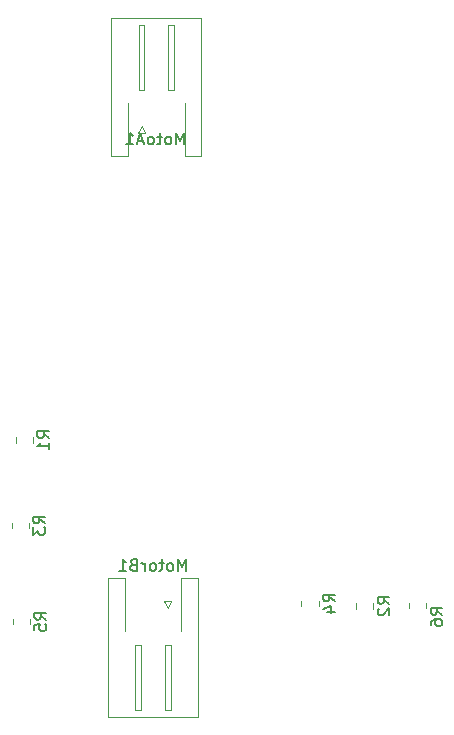
<source format=gbr>
%TF.GenerationSoftware,KiCad,Pcbnew,9.0.4*%
%TF.CreationDate,2025-09-18T17:41:51-06:00*%
%TF.ProjectId,sumo_bueno,73756d6f-5f62-4756-956e-6f2e6b696361,rev?*%
%TF.SameCoordinates,Original*%
%TF.FileFunction,Legend,Bot*%
%TF.FilePolarity,Positive*%
%FSLAX46Y46*%
G04 Gerber Fmt 4.6, Leading zero omitted, Abs format (unit mm)*
G04 Created by KiCad (PCBNEW 9.0.4) date 2025-09-18 17:41:51*
%MOMM*%
%LPD*%
G01*
G04 APERTURE LIST*
%ADD10C,0.150000*%
%ADD11C,0.120000*%
G04 APERTURE END LIST*
D10*
X217818571Y-61734819D02*
X217818571Y-60734819D01*
X217818571Y-60734819D02*
X217485238Y-61449104D01*
X217485238Y-61449104D02*
X217151905Y-60734819D01*
X217151905Y-60734819D02*
X217151905Y-61734819D01*
X216532857Y-61734819D02*
X216628095Y-61687200D01*
X216628095Y-61687200D02*
X216675714Y-61639580D01*
X216675714Y-61639580D02*
X216723333Y-61544342D01*
X216723333Y-61544342D02*
X216723333Y-61258628D01*
X216723333Y-61258628D02*
X216675714Y-61163390D01*
X216675714Y-61163390D02*
X216628095Y-61115771D01*
X216628095Y-61115771D02*
X216532857Y-61068152D01*
X216532857Y-61068152D02*
X216390000Y-61068152D01*
X216390000Y-61068152D02*
X216294762Y-61115771D01*
X216294762Y-61115771D02*
X216247143Y-61163390D01*
X216247143Y-61163390D02*
X216199524Y-61258628D01*
X216199524Y-61258628D02*
X216199524Y-61544342D01*
X216199524Y-61544342D02*
X216247143Y-61639580D01*
X216247143Y-61639580D02*
X216294762Y-61687200D01*
X216294762Y-61687200D02*
X216390000Y-61734819D01*
X216390000Y-61734819D02*
X216532857Y-61734819D01*
X215913809Y-61068152D02*
X215532857Y-61068152D01*
X215770952Y-60734819D02*
X215770952Y-61591961D01*
X215770952Y-61591961D02*
X215723333Y-61687200D01*
X215723333Y-61687200D02*
X215628095Y-61734819D01*
X215628095Y-61734819D02*
X215532857Y-61734819D01*
X215056666Y-61734819D02*
X215151904Y-61687200D01*
X215151904Y-61687200D02*
X215199523Y-61639580D01*
X215199523Y-61639580D02*
X215247142Y-61544342D01*
X215247142Y-61544342D02*
X215247142Y-61258628D01*
X215247142Y-61258628D02*
X215199523Y-61163390D01*
X215199523Y-61163390D02*
X215151904Y-61115771D01*
X215151904Y-61115771D02*
X215056666Y-61068152D01*
X215056666Y-61068152D02*
X214913809Y-61068152D01*
X214913809Y-61068152D02*
X214818571Y-61115771D01*
X214818571Y-61115771D02*
X214770952Y-61163390D01*
X214770952Y-61163390D02*
X214723333Y-61258628D01*
X214723333Y-61258628D02*
X214723333Y-61544342D01*
X214723333Y-61544342D02*
X214770952Y-61639580D01*
X214770952Y-61639580D02*
X214818571Y-61687200D01*
X214818571Y-61687200D02*
X214913809Y-61734819D01*
X214913809Y-61734819D02*
X215056666Y-61734819D01*
X214342380Y-61449104D02*
X213866190Y-61449104D01*
X214437618Y-61734819D02*
X214104285Y-60734819D01*
X214104285Y-60734819D02*
X213770952Y-61734819D01*
X212913809Y-61734819D02*
X213485237Y-61734819D01*
X213199523Y-61734819D02*
X213199523Y-60734819D01*
X213199523Y-60734819D02*
X213294761Y-60877676D01*
X213294761Y-60877676D02*
X213389999Y-60972914D01*
X213389999Y-60972914D02*
X213485237Y-61020533D01*
X230564819Y-100423333D02*
X230088628Y-100090000D01*
X230564819Y-99851905D02*
X229564819Y-99851905D01*
X229564819Y-99851905D02*
X229564819Y-100232857D01*
X229564819Y-100232857D02*
X229612438Y-100328095D01*
X229612438Y-100328095D02*
X229660057Y-100375714D01*
X229660057Y-100375714D02*
X229755295Y-100423333D01*
X229755295Y-100423333D02*
X229898152Y-100423333D01*
X229898152Y-100423333D02*
X229993390Y-100375714D01*
X229993390Y-100375714D02*
X230041009Y-100328095D01*
X230041009Y-100328095D02*
X230088628Y-100232857D01*
X230088628Y-100232857D02*
X230088628Y-99851905D01*
X229898152Y-101280476D02*
X230564819Y-101280476D01*
X229517200Y-101042381D02*
X230231485Y-100804286D01*
X230231485Y-100804286D02*
X230231485Y-101423333D01*
X206124819Y-101963333D02*
X205648628Y-101630000D01*
X206124819Y-101391905D02*
X205124819Y-101391905D01*
X205124819Y-101391905D02*
X205124819Y-101772857D01*
X205124819Y-101772857D02*
X205172438Y-101868095D01*
X205172438Y-101868095D02*
X205220057Y-101915714D01*
X205220057Y-101915714D02*
X205315295Y-101963333D01*
X205315295Y-101963333D02*
X205458152Y-101963333D01*
X205458152Y-101963333D02*
X205553390Y-101915714D01*
X205553390Y-101915714D02*
X205601009Y-101868095D01*
X205601009Y-101868095D02*
X205648628Y-101772857D01*
X205648628Y-101772857D02*
X205648628Y-101391905D01*
X205124819Y-102868095D02*
X205124819Y-102391905D01*
X205124819Y-102391905D02*
X205601009Y-102344286D01*
X205601009Y-102344286D02*
X205553390Y-102391905D01*
X205553390Y-102391905D02*
X205505771Y-102487143D01*
X205505771Y-102487143D02*
X205505771Y-102725238D01*
X205505771Y-102725238D02*
X205553390Y-102820476D01*
X205553390Y-102820476D02*
X205601009Y-102868095D01*
X205601009Y-102868095D02*
X205696247Y-102915714D01*
X205696247Y-102915714D02*
X205934342Y-102915714D01*
X205934342Y-102915714D02*
X206029580Y-102868095D01*
X206029580Y-102868095D02*
X206077200Y-102820476D01*
X206077200Y-102820476D02*
X206124819Y-102725238D01*
X206124819Y-102725238D02*
X206124819Y-102487143D01*
X206124819Y-102487143D02*
X206077200Y-102391905D01*
X206077200Y-102391905D02*
X206029580Y-102344286D01*
X206374819Y-86593333D02*
X205898628Y-86260000D01*
X206374819Y-86021905D02*
X205374819Y-86021905D01*
X205374819Y-86021905D02*
X205374819Y-86402857D01*
X205374819Y-86402857D02*
X205422438Y-86498095D01*
X205422438Y-86498095D02*
X205470057Y-86545714D01*
X205470057Y-86545714D02*
X205565295Y-86593333D01*
X205565295Y-86593333D02*
X205708152Y-86593333D01*
X205708152Y-86593333D02*
X205803390Y-86545714D01*
X205803390Y-86545714D02*
X205851009Y-86498095D01*
X205851009Y-86498095D02*
X205898628Y-86402857D01*
X205898628Y-86402857D02*
X205898628Y-86021905D01*
X206374819Y-87545714D02*
X206374819Y-86974286D01*
X206374819Y-87260000D02*
X205374819Y-87260000D01*
X205374819Y-87260000D02*
X205517676Y-87164762D01*
X205517676Y-87164762D02*
X205612914Y-87069524D01*
X205612914Y-87069524D02*
X205660533Y-86974286D01*
X239664819Y-101533333D02*
X239188628Y-101200000D01*
X239664819Y-100961905D02*
X238664819Y-100961905D01*
X238664819Y-100961905D02*
X238664819Y-101342857D01*
X238664819Y-101342857D02*
X238712438Y-101438095D01*
X238712438Y-101438095D02*
X238760057Y-101485714D01*
X238760057Y-101485714D02*
X238855295Y-101533333D01*
X238855295Y-101533333D02*
X238998152Y-101533333D01*
X238998152Y-101533333D02*
X239093390Y-101485714D01*
X239093390Y-101485714D02*
X239141009Y-101438095D01*
X239141009Y-101438095D02*
X239188628Y-101342857D01*
X239188628Y-101342857D02*
X239188628Y-100961905D01*
X238664819Y-102390476D02*
X238664819Y-102200000D01*
X238664819Y-102200000D02*
X238712438Y-102104762D01*
X238712438Y-102104762D02*
X238760057Y-102057143D01*
X238760057Y-102057143D02*
X238902914Y-101961905D01*
X238902914Y-101961905D02*
X239093390Y-101914286D01*
X239093390Y-101914286D02*
X239474342Y-101914286D01*
X239474342Y-101914286D02*
X239569580Y-101961905D01*
X239569580Y-101961905D02*
X239617200Y-102009524D01*
X239617200Y-102009524D02*
X239664819Y-102104762D01*
X239664819Y-102104762D02*
X239664819Y-102295238D01*
X239664819Y-102295238D02*
X239617200Y-102390476D01*
X239617200Y-102390476D02*
X239569580Y-102438095D01*
X239569580Y-102438095D02*
X239474342Y-102485714D01*
X239474342Y-102485714D02*
X239236247Y-102485714D01*
X239236247Y-102485714D02*
X239141009Y-102438095D01*
X239141009Y-102438095D02*
X239093390Y-102390476D01*
X239093390Y-102390476D02*
X239045771Y-102295238D01*
X239045771Y-102295238D02*
X239045771Y-102104762D01*
X239045771Y-102104762D02*
X239093390Y-102009524D01*
X239093390Y-102009524D02*
X239141009Y-101961905D01*
X239141009Y-101961905D02*
X239236247Y-101914286D01*
X206024819Y-93813333D02*
X205548628Y-93480000D01*
X206024819Y-93241905D02*
X205024819Y-93241905D01*
X205024819Y-93241905D02*
X205024819Y-93622857D01*
X205024819Y-93622857D02*
X205072438Y-93718095D01*
X205072438Y-93718095D02*
X205120057Y-93765714D01*
X205120057Y-93765714D02*
X205215295Y-93813333D01*
X205215295Y-93813333D02*
X205358152Y-93813333D01*
X205358152Y-93813333D02*
X205453390Y-93765714D01*
X205453390Y-93765714D02*
X205501009Y-93718095D01*
X205501009Y-93718095D02*
X205548628Y-93622857D01*
X205548628Y-93622857D02*
X205548628Y-93241905D01*
X205024819Y-94146667D02*
X205024819Y-94765714D01*
X205024819Y-94765714D02*
X205405771Y-94432381D01*
X205405771Y-94432381D02*
X205405771Y-94575238D01*
X205405771Y-94575238D02*
X205453390Y-94670476D01*
X205453390Y-94670476D02*
X205501009Y-94718095D01*
X205501009Y-94718095D02*
X205596247Y-94765714D01*
X205596247Y-94765714D02*
X205834342Y-94765714D01*
X205834342Y-94765714D02*
X205929580Y-94718095D01*
X205929580Y-94718095D02*
X205977200Y-94670476D01*
X205977200Y-94670476D02*
X206024819Y-94575238D01*
X206024819Y-94575238D02*
X206024819Y-94289524D01*
X206024819Y-94289524D02*
X205977200Y-94194286D01*
X205977200Y-94194286D02*
X205929580Y-94146667D01*
X217969523Y-97834819D02*
X217969523Y-96834819D01*
X217969523Y-96834819D02*
X217636190Y-97549104D01*
X217636190Y-97549104D02*
X217302857Y-96834819D01*
X217302857Y-96834819D02*
X217302857Y-97834819D01*
X216683809Y-97834819D02*
X216779047Y-97787200D01*
X216779047Y-97787200D02*
X216826666Y-97739580D01*
X216826666Y-97739580D02*
X216874285Y-97644342D01*
X216874285Y-97644342D02*
X216874285Y-97358628D01*
X216874285Y-97358628D02*
X216826666Y-97263390D01*
X216826666Y-97263390D02*
X216779047Y-97215771D01*
X216779047Y-97215771D02*
X216683809Y-97168152D01*
X216683809Y-97168152D02*
X216540952Y-97168152D01*
X216540952Y-97168152D02*
X216445714Y-97215771D01*
X216445714Y-97215771D02*
X216398095Y-97263390D01*
X216398095Y-97263390D02*
X216350476Y-97358628D01*
X216350476Y-97358628D02*
X216350476Y-97644342D01*
X216350476Y-97644342D02*
X216398095Y-97739580D01*
X216398095Y-97739580D02*
X216445714Y-97787200D01*
X216445714Y-97787200D02*
X216540952Y-97834819D01*
X216540952Y-97834819D02*
X216683809Y-97834819D01*
X216064761Y-97168152D02*
X215683809Y-97168152D01*
X215921904Y-96834819D02*
X215921904Y-97691961D01*
X215921904Y-97691961D02*
X215874285Y-97787200D01*
X215874285Y-97787200D02*
X215779047Y-97834819D01*
X215779047Y-97834819D02*
X215683809Y-97834819D01*
X215207618Y-97834819D02*
X215302856Y-97787200D01*
X215302856Y-97787200D02*
X215350475Y-97739580D01*
X215350475Y-97739580D02*
X215398094Y-97644342D01*
X215398094Y-97644342D02*
X215398094Y-97358628D01*
X215398094Y-97358628D02*
X215350475Y-97263390D01*
X215350475Y-97263390D02*
X215302856Y-97215771D01*
X215302856Y-97215771D02*
X215207618Y-97168152D01*
X215207618Y-97168152D02*
X215064761Y-97168152D01*
X215064761Y-97168152D02*
X214969523Y-97215771D01*
X214969523Y-97215771D02*
X214921904Y-97263390D01*
X214921904Y-97263390D02*
X214874285Y-97358628D01*
X214874285Y-97358628D02*
X214874285Y-97644342D01*
X214874285Y-97644342D02*
X214921904Y-97739580D01*
X214921904Y-97739580D02*
X214969523Y-97787200D01*
X214969523Y-97787200D02*
X215064761Y-97834819D01*
X215064761Y-97834819D02*
X215207618Y-97834819D01*
X214445713Y-97834819D02*
X214445713Y-97168152D01*
X214445713Y-97358628D02*
X214398094Y-97263390D01*
X214398094Y-97263390D02*
X214350475Y-97215771D01*
X214350475Y-97215771D02*
X214255237Y-97168152D01*
X214255237Y-97168152D02*
X214159999Y-97168152D01*
X213493332Y-97311009D02*
X213350475Y-97358628D01*
X213350475Y-97358628D02*
X213302856Y-97406247D01*
X213302856Y-97406247D02*
X213255237Y-97501485D01*
X213255237Y-97501485D02*
X213255237Y-97644342D01*
X213255237Y-97644342D02*
X213302856Y-97739580D01*
X213302856Y-97739580D02*
X213350475Y-97787200D01*
X213350475Y-97787200D02*
X213445713Y-97834819D01*
X213445713Y-97834819D02*
X213826665Y-97834819D01*
X213826665Y-97834819D02*
X213826665Y-96834819D01*
X213826665Y-96834819D02*
X213493332Y-96834819D01*
X213493332Y-96834819D02*
X213398094Y-96882438D01*
X213398094Y-96882438D02*
X213350475Y-96930057D01*
X213350475Y-96930057D02*
X213302856Y-97025295D01*
X213302856Y-97025295D02*
X213302856Y-97120533D01*
X213302856Y-97120533D02*
X213350475Y-97215771D01*
X213350475Y-97215771D02*
X213398094Y-97263390D01*
X213398094Y-97263390D02*
X213493332Y-97311009D01*
X213493332Y-97311009D02*
X213826665Y-97311009D01*
X212302856Y-97834819D02*
X212874284Y-97834819D01*
X212588570Y-97834819D02*
X212588570Y-96834819D01*
X212588570Y-96834819D02*
X212683808Y-96977676D01*
X212683808Y-96977676D02*
X212779046Y-97072914D01*
X212779046Y-97072914D02*
X212874284Y-97120533D01*
X235174819Y-100643333D02*
X234698628Y-100310000D01*
X235174819Y-100071905D02*
X234174819Y-100071905D01*
X234174819Y-100071905D02*
X234174819Y-100452857D01*
X234174819Y-100452857D02*
X234222438Y-100548095D01*
X234222438Y-100548095D02*
X234270057Y-100595714D01*
X234270057Y-100595714D02*
X234365295Y-100643333D01*
X234365295Y-100643333D02*
X234508152Y-100643333D01*
X234508152Y-100643333D02*
X234603390Y-100595714D01*
X234603390Y-100595714D02*
X234651009Y-100548095D01*
X234651009Y-100548095D02*
X234698628Y-100452857D01*
X234698628Y-100452857D02*
X234698628Y-100071905D01*
X234270057Y-101024286D02*
X234222438Y-101071905D01*
X234222438Y-101071905D02*
X234174819Y-101167143D01*
X234174819Y-101167143D02*
X234174819Y-101405238D01*
X234174819Y-101405238D02*
X234222438Y-101500476D01*
X234222438Y-101500476D02*
X234270057Y-101548095D01*
X234270057Y-101548095D02*
X234365295Y-101595714D01*
X234365295Y-101595714D02*
X234460533Y-101595714D01*
X234460533Y-101595714D02*
X234603390Y-101548095D01*
X234603390Y-101548095D02*
X235174819Y-100976667D01*
X235174819Y-100976667D02*
X235174819Y-101595714D01*
D11*
%TO.C,MotoA1*%
X211630000Y-50990000D02*
X211630000Y-62710000D01*
X211630000Y-62710000D02*
X213050000Y-62710000D01*
X213050000Y-62710000D02*
X213050000Y-58210000D01*
X213890000Y-60800000D02*
X214490000Y-60800000D01*
X213940000Y-51600000D02*
X214440000Y-51600000D01*
X213940000Y-57100000D02*
X213940000Y-51600000D01*
X214190000Y-60200000D02*
X213890000Y-60800000D01*
X214440000Y-51600000D02*
X214440000Y-57100000D01*
X214440000Y-57100000D02*
X213940000Y-57100000D01*
X214490000Y-60800000D02*
X214190000Y-60200000D01*
X215440000Y-50990000D02*
X211630000Y-50990000D01*
X215440000Y-50990000D02*
X219250000Y-50990000D01*
X216440000Y-51600000D02*
X216940000Y-51600000D01*
X216440000Y-57100000D02*
X216440000Y-51600000D01*
X216940000Y-51600000D02*
X216940000Y-57100000D01*
X216940000Y-57100000D02*
X216440000Y-57100000D01*
X217830000Y-62710000D02*
X217830000Y-58210000D01*
X219250000Y-50990000D02*
X219250000Y-62710000D01*
X219250000Y-62710000D02*
X217830000Y-62710000D01*
%TO.C,R4*%
X227725000Y-100817064D02*
X227725000Y-100362936D01*
X229195000Y-100817064D02*
X229195000Y-100362936D01*
%TO.C,R5*%
X203285000Y-102357064D02*
X203285000Y-101902936D01*
X204755000Y-102357064D02*
X204755000Y-101902936D01*
%TO.C,R1*%
X203535000Y-86987064D02*
X203535000Y-86532936D01*
X205005000Y-86987064D02*
X205005000Y-86532936D01*
%TO.C,R6*%
X236835000Y-100987064D02*
X236835000Y-100532936D01*
X238305000Y-100987064D02*
X238305000Y-100532936D01*
%TO.C,R3*%
X203185000Y-94207064D02*
X203185000Y-93752936D01*
X204655000Y-94207064D02*
X204655000Y-93752936D01*
%TO.C,MotorB1*%
X211350000Y-98470000D02*
X212770000Y-98470000D01*
X211350000Y-110190000D02*
X211350000Y-98470000D01*
X212770000Y-98470000D02*
X212770000Y-102970000D01*
X213660000Y-104080000D02*
X214160000Y-104080000D01*
X213660000Y-109580000D02*
X213660000Y-104080000D01*
X214160000Y-104080000D02*
X214160000Y-109580000D01*
X214160000Y-109580000D02*
X213660000Y-109580000D01*
X215160000Y-110190000D02*
X211350000Y-110190000D01*
X215160000Y-110190000D02*
X218970000Y-110190000D01*
X216110000Y-100380000D02*
X216410000Y-100980000D01*
X216160000Y-104080000D02*
X216660000Y-104080000D01*
X216160000Y-109580000D02*
X216160000Y-104080000D01*
X216410000Y-100980000D02*
X216710000Y-100380000D01*
X216660000Y-104080000D02*
X216660000Y-109580000D01*
X216660000Y-109580000D02*
X216160000Y-109580000D01*
X216710000Y-100380000D02*
X216110000Y-100380000D01*
X217550000Y-98470000D02*
X217550000Y-102970000D01*
X218970000Y-98470000D02*
X217550000Y-98470000D01*
X218970000Y-110190000D02*
X218970000Y-98470000D01*
%TO.C,R2*%
X232335000Y-101037064D02*
X232335000Y-100582936D01*
X233805000Y-101037064D02*
X233805000Y-100582936D01*
%TD*%
M02*

</source>
